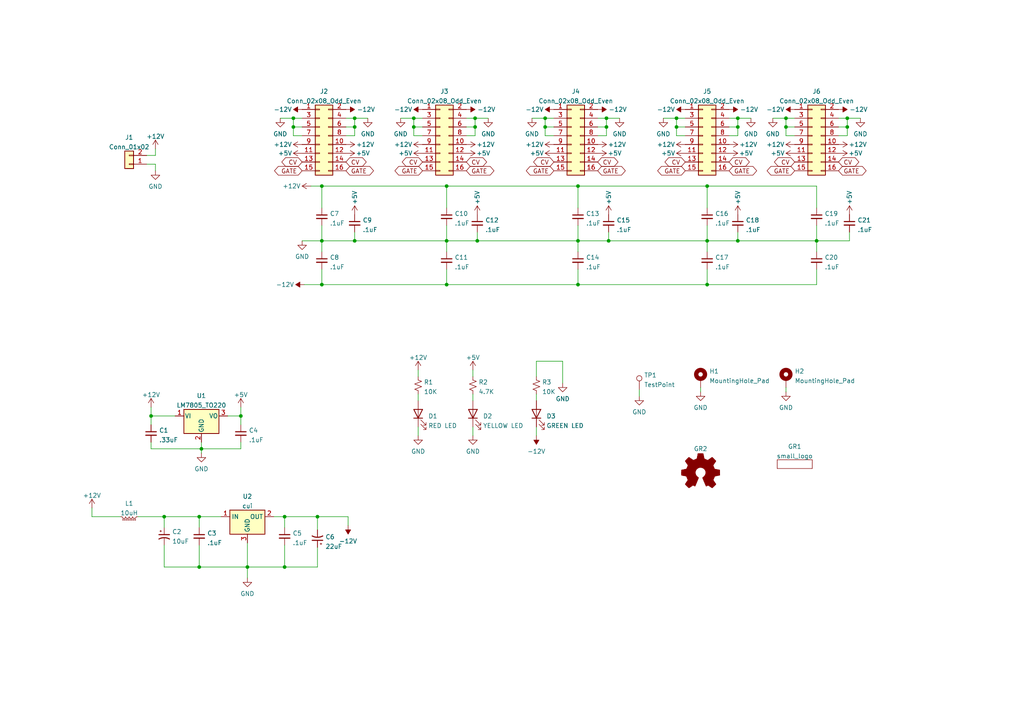
<source format=kicad_sch>
(kicad_sch (version 20211123) (generator eeschema)
  (paper "A4")
  (title_block (title "The Melper") (rev "1.1"))
  (lib_symbols
    (symbol "Connector:TestPoint" (pin_numbers hide) (pin_names (offset 0.762) hide)
      (property "Reference" "TP" (at 0 6.858 0))
      (property "Value" "TestPoint" (at 0 5.08 0))
      (symbol "TestPoint_1_1"
        (pin passive line (at 0 0 90) (length 2.54) (name "1") (number "1"))
      )
    )
    (symbol "Connector_Generic:Conn_01x02" (pin_names (offset 1.016) hide)
      (property "Reference" "J" (at 0 2.54 0))
      (property "Value" "Conn_01x02" (at 0 -5.08 0))
      (symbol "Conn_01x02_1_1"
        (pin passive line (at -5.08 0 0) (length 3.81) (name "Pin_1") (number "1"))
        (pin passive line (at -5.08 -2.54 0) (length 3.81) (name "Pin_2") (number "2"))
      )
    )
    (symbol "Connector_Generic:Conn_02x08_Odd_Even" (pin_names (offset 1.016) hide)
      (property "Reference" "J" (at 1.27 10.16 0))
      (property "Value" "Conn_02x08_Odd_Even" (at 1.27 -12.7 0))
      (symbol "Conn_02x08_Odd_Even_1_1"
        (pin passive line (at -5.08 7.62 0) (length 3.81) (name "Pin_1") (number "1"))
        (pin passive line (at 7.62 -2.54 180) (length 3.81) (name "Pin_10") (number "10"))
        (pin passive line (at -5.08 -5.08 0) (length 3.81) (name "Pin_11") (number "11"))
        (pin passive line (at 7.62 -5.08 180) (length 3.81) (name "Pin_12") (number "12"))
        (pin passive line (at -5.08 -7.62 0) (length 3.81) (name "Pin_13") (number "13"))
        (pin passive line (at 7.62 -7.62 180) (length 3.81) (name "Pin_14") (number "14"))
        (pin passive line (at -5.08 -10.16 0) (length 3.81) (name "Pin_15") (number "15"))
        (pin passive line (at 7.62 -10.16 180) (length 3.81) (name "Pin_16") (number "16"))
        (pin passive line (at 7.62 7.62 180) (length 3.81) (name "Pin_2") (number "2"))
        (pin passive line (at -5.08 5.08 0) (length 3.81) (name "Pin_3") (number "3"))
        (pin passive line (at 7.62 5.08 180) (length 3.81) (name "Pin_4") (number "4"))
        (pin passive line (at -5.08 2.54 0) (length 3.81) (name "Pin_5") (number "5"))
        (pin passive line (at 7.62 2.54 180) (length 3.81) (name "Pin_6") (number "6"))
        (pin passive line (at -5.08 0 0) (length 3.81) (name "Pin_7") (number "7"))
        (pin passive line (at 7.62 0 180) (length 3.81) (name "Pin_8") (number "8"))
        (pin passive line (at -5.08 -2.54 0) (length 3.81) (name "Pin_9") (number "9"))
      )
    )
    (symbol "Device:C_Polarized_Small_US" (pin_numbers hide) (pin_names (offset 0.254) hide)
      (property "Reference" "C" (at 0.254 1.778 0))
      (property "Value" "C_Polarized_Small_US" (at 0.254 -2.032 0))
      (symbol "C_Polarized_Small_US_1_1"
        (pin passive line (at 0 2.54 270) (length 2.032) (name "~") (number "1"))
        (pin passive line (at 0 -2.54 90) (length 2.032) (name "~") (number "2"))
      )
    )
    (symbol "Device:C_Small" (pin_numbers hide) (pin_names (offset 0.254) hide)
      (property "Reference" "C" (at 0.254 1.778 0))
      (property "Value" "C_Small" (at 0.254 -2.032 0))
      (symbol "C_Small_1_1"
        (pin passive line (at 0 2.54 270) (length 2.032) (name "~") (number "1"))
        (pin passive line (at 0 -2.54 90) (length 2.032) (name "~") (number "2"))
      )
    )
    (symbol "Device:LED" (pin_numbers hide) (pin_names (offset 1.016) hide)
      (property "Reference" "D" (at 0 2.54 0))
      (property "Value" "LED" (at 0 -2.54 0))
      (symbol "LED_1_1"
        (pin passive line (at -3.81 0 0) (length 2.54) (name "K") (number "1"))
        (pin passive line (at 3.81 0 180) (length 2.54) (name "A") (number "2"))
      )
    )
    (symbol "Device:L_Ferrite_Small" (pin_numbers hide) (pin_names (offset 0.254) hide)
      (property "Reference" "L" (at 1.27 1.016 0))
      (property "Value" "L_Ferrite_Small" (at 1.27 -1.27 0))
      (symbol "L_Ferrite_Small_1_1"
        (pin passive line (at 0 2.54 270) (length 0.508) (name "~") (number "1"))
        (pin passive line (at 0 -2.54 90) (length 0.508) (name "~") (number "2"))
      )
    )
    (symbol "Device:R_Small_US" (pin_numbers hide) (pin_names (offset 0.254) hide)
      (property "Reference" "R" (at 0.762 0.508 0))
      (property "Value" "R_Small_US" (at 0.762 -1.016 0))
      (symbol "R_Small_US_1_1"
        (pin passive line (at 0 2.54 270) (length 1.016) (name "~") (number "1"))
        (pin passive line (at 0 -2.54 90) (length 1.016) (name "~") (number "2"))
      )
    )
    (symbol "Graphic:Logo_Open_Hardware_Small" (pin_names (offset 1.016)))
    (symbol "Mechanical:MountingHole_Pad" (pin_numbers hide) (pin_names (offset 1.016) hide)
      (property "Reference" "H" (at 0 6.35 0))
      (property "Value" "MountingHole_Pad" (at 0 4.445 0))
      (symbol "MountingHole_Pad_1_1"
        (pin input line (at 0 -2.54 90) (length 2.54) (name "1") (number "1"))
      )
    )
    (symbol "Regulator_Linear:LM7805_TO220" (pin_names (offset 0.254))
      (property "Reference" "U" (at -3.81 3.175 0))
      (property "Value" "LM7805_TO220" (at 0 3.175 0))
      (symbol "LM7805_TO220_1_1"
        (pin power_in line (at -7.62 0 0) (length 2.54) (name "VI") (number "1"))
        (pin power_in line (at 0 -7.62 90) (length 2.54) (name "GND") (number "2"))
        (pin power_out line (at 7.62 0 180) (length 2.54) (name "VO") (number "3"))
      )
    )
    (symbol "greenface-symbols:cui"
      (property "Reference" "U?" (at 0 5.8715 0))
      (property "Value" "cui" (at 0 3.0964 0))
      (symbol "cui_1_1"
        (pin power_in line (at -7.62 0 0) (length 2.54) (name "IN") (number "1"))
        (pin power_out line (at 7.62 0 180) (length 2.54) (name "OUT") (number "2"))
        (pin power_in line (at 0 -7.62 90) (length 2.54) (name "GND") (number "3"))
      )
    )
    (symbol "greenface-symbols:small_logo" (pin_numbers hide) (pin_names (offset 0) hide)
      (property "Reference" "GR" (at 0 -2.54 0))
      (property "Value" "small_logo" (at 0 0 0))
    )
    (symbol "power:+12V" (power) (pin_names (offset 0))
      (property "Value" "+12V" (at 0 3.556 0))
      (symbol "+12V_1_1"
        (pin power_in line (at 0 0 90) (length 0) hide (name "+12V") (number "1"))
      )
    )
    (symbol "power:+5V" (power) (pin_names (offset 0))
      (property "Value" "+5V" (at 0 3.556 0))
      (symbol "+5V_1_1"
        (pin power_in line (at 0 0 90) (length 0) hide (name "+5V") (number "1"))
      )
    )
    (symbol "power:-12V" (power) (pin_names (offset 0))
      (property "Value" "-12V" (at 0 3.81 0))
      (symbol "-12V_0_0"
        (pin power_in line (at 0 0 90) (length 0) hide (name "-12V") (number "1"))
      )
    )
    (symbol "power:GND" (power) (pin_names (offset 0))
      (property "Value" "GND" (at 0 -3.81 0))
      (symbol "GND_1_1"
        (pin power_in line (at 0 0 270) (length 0) hide (name "GND") (number "1"))
      )
    )
  )
  (junction (at 227.965 36.83))
  (junction (at 205.105 53.975))
  (junction (at 93.345 53.975))
  (junction (at 120.015 34.29))
  (junction (at 57.785 149.86))
  (junction (at 129.54 53.975))
  (junction (at 245.745 36.83))
  (junction (at 82.55 164.465))
  (junction (at 196.215 34.29))
  (junction (at 129.54 69.85))
  (junction (at 102.87 36.83))
  (junction (at 167.64 69.85))
  (junction (at 236.855 69.85))
  (junction (at 205.105 69.85))
  (junction (at 205.105 82.55))
  (junction (at 158.115 34.29))
  (junction (at 137.795 36.83))
  (junction (at 227.965 34.29))
  (junction (at 57.785 164.465))
  (junction (at 167.64 53.975))
  (junction (at 137.795 34.29))
  (junction (at 196.215 36.83))
  (junction (at 167.64 82.55))
  (junction (at 175.895 36.83))
  (junction (at 43.815 120.65))
  (junction (at 82.55 149.86))
  (junction (at 92.075 149.86))
  (junction (at 138.43 69.85))
  (junction (at 71.755 164.465))
  (junction (at 93.345 69.85))
  (junction (at 69.85 120.65))
  (junction (at 245.745 34.29))
  (junction (at 47.625 149.86))
  (junction (at 213.995 69.85))
  (junction (at 102.87 69.85))
  (junction (at 176.53 69.85))
  (junction (at 158.115 36.83))
  (junction (at 102.87 34.29))
  (junction (at 120.015 36.83))
  (junction (at 93.345 82.55))
  (junction (at 58.42 130.175))
  (junction (at 175.895 34.29))
  (junction (at 85.09 36.83))
  (junction (at 129.54 82.55))
  (junction (at 213.995 36.83))
  (junction (at 85.09 34.29))
  (junction (at 213.995 34.29))
  (wire (pts (xy 185.42 113.03) (xy 185.42 114.935)))
  (wire (pts (xy 66.04 120.65) (xy 69.85 120.65)))
  (wire (pts (xy 176.53 69.85) (xy 205.105 69.85)))
  (wire (pts (xy 236.855 69.85) (xy 246.38 69.85)))
  (wire (pts (xy 88.265 82.55) (xy 93.345 82.55)))
  (wire (pts (xy 245.745 34.29) (xy 245.745 36.83)))
  (wire (pts (xy 129.54 69.85) (xy 138.43 69.85)))
  (wire (pts (xy 129.54 53.975) (xy 93.345 53.975)))
  (wire (pts (xy 137.16 107.315) (xy 137.16 109.22)))
  (wire (pts (xy 82.55 164.465) (xy 71.755 164.465)))
  (wire (pts (xy 167.64 78.105) (xy 167.64 82.55)))
  (wire (pts (xy 205.105 69.85) (xy 213.995 69.85)))
  (wire (pts (xy 100.33 36.83) (xy 102.87 36.83)))
  (wire (pts (xy 138.43 69.85) (xy 167.64 69.85)))
  (wire (pts (xy 213.995 67.31) (xy 213.995 69.85)))
  (wire (pts (xy 155.575 104.775) (xy 155.575 109.22)))
  (wire (pts (xy 211.455 36.83) (xy 213.995 36.83)))
  (wire (pts (xy 42.545 45.085) (xy 45.085 45.085)))
  (wire (pts (xy 138.43 67.31) (xy 138.43 69.85)))
  (wire (pts (xy 43.815 118.11) (xy 43.815 120.65)))
  (wire (pts (xy 213.995 34.29) (xy 213.995 36.83)))
  (wire (pts (xy 93.345 69.85) (xy 93.345 73.025)))
  (wire (pts (xy 57.785 158.115) (xy 57.785 164.465)))
  (wire (pts (xy 90.17 53.975) (xy 93.345 53.975)))
  (wire (pts (xy 135.255 34.29) (xy 137.795 34.29)))
  (wire (pts (xy 45.085 47.625) (xy 42.545 47.625)))
  (wire (pts (xy 92.075 149.86) (xy 92.075 153.67)))
  (wire (pts (xy 205.105 69.85) (xy 205.105 73.025)))
  (wire (pts (xy 236.855 53.975) (xy 236.855 60.325)))
  (wire (pts (xy 69.85 120.65) (xy 69.85 123.19)))
  (wire (pts (xy 47.625 149.86) (xy 57.785 149.86)))
  (wire (pts (xy 82.55 149.86) (xy 92.075 149.86)))
  (wire (pts (xy 93.345 69.85) (xy 87.63 69.85)))
  (wire (pts (xy 102.87 34.29) (xy 106.68 34.29)))
  (wire (pts (xy 205.105 53.975) (xy 205.105 60.325)))
  (wire (pts (xy 26.67 147.32) (xy 26.67 149.86)))
  (wire (pts (xy 160.655 34.29) (xy 158.115 34.29)))
  (wire (pts (xy 155.575 104.775) (xy 163.195 104.775)))
  (wire (pts (xy 167.64 65.405) (xy 167.64 69.85)))
  (wire (pts (xy 137.795 39.37) (xy 135.255 39.37)))
  (wire (pts (xy 81.28 34.29) (xy 85.09 34.29)))
  (wire (pts (xy 246.38 67.31) (xy 246.38 69.85)))
  (wire (pts (xy 245.745 39.37) (xy 243.205 39.37)))
  (wire (pts (xy 40.005 149.86) (xy 47.625 149.86)))
  (wire (pts (xy 167.64 69.85) (xy 167.64 73.025)))
  (wire (pts (xy 137.16 114.3) (xy 137.16 116.205)))
  (wire (pts (xy 196.215 34.29) (xy 196.215 36.83)))
  (wire (pts (xy 213.995 39.37) (xy 211.455 39.37)))
  (wire (pts (xy 43.815 120.65) (xy 43.815 123.19)))
  (wire (pts (xy 82.55 158.115) (xy 82.55 164.465)))
  (wire (pts (xy 102.87 69.85) (xy 129.54 69.85)))
  (wire (pts (xy 93.345 78.105) (xy 93.345 82.55)))
  (wire (pts (xy 120.015 34.29) (xy 120.015 36.83)))
  (wire (pts (xy 175.895 39.37) (xy 173.355 39.37)))
  (wire (pts (xy 158.115 39.37) (xy 160.655 39.37)))
  (wire (pts (xy 196.215 39.37) (xy 198.755 39.37)))
  (wire (pts (xy 100.965 149.86) (xy 100.965 152.4)))
  (wire (pts (xy 137.795 36.83) (xy 137.795 39.37)))
  (wire (pts (xy 57.785 164.465) (xy 71.755 164.465)))
  (wire (pts (xy 205.105 65.405) (xy 205.105 69.85)))
  (wire (pts (xy 58.42 130.175) (xy 58.42 131.445)))
  (wire (pts (xy 198.755 34.29) (xy 196.215 34.29)))
  (wire (pts (xy 137.795 34.29) (xy 141.605 34.29)))
  (wire (pts (xy 163.195 104.775) (xy 163.195 111.125)))
  (wire (pts (xy 213.995 34.29) (xy 217.805 34.29)))
  (wire (pts (xy 167.64 82.55) (xy 205.105 82.55)))
  (wire (pts (xy 102.87 36.83) (xy 102.87 39.37)))
  (wire (pts (xy 47.625 164.465) (xy 57.785 164.465)))
  (wire (pts (xy 243.205 36.83) (xy 245.745 36.83)))
  (wire (pts (xy 245.745 34.29) (xy 249.555 34.29)))
  (wire (pts (xy 92.075 164.465) (xy 82.55 164.465)))
  (wire (pts (xy 82.55 149.86) (xy 82.55 153.035)))
  (wire (pts (xy 196.215 36.83) (xy 196.215 39.37)))
  (wire (pts (xy 129.54 69.85) (xy 129.54 73.025)))
  (wire (pts (xy 102.87 67.31) (xy 102.87 69.85)))
  (wire (pts (xy 227.965 36.83) (xy 227.965 39.37)))
  (wire (pts (xy 43.815 128.27) (xy 43.815 130.175)))
  (wire (pts (xy 85.09 34.29) (xy 85.09 36.83)))
  (wire (pts (xy 122.555 34.29) (xy 120.015 34.29)))
  (wire (pts (xy 137.795 34.29) (xy 137.795 36.83)))
  (wire (pts (xy 85.09 36.83) (xy 85.09 39.37)))
  (wire (pts (xy 227.965 34.29) (xy 227.965 36.83)))
  (wire (pts (xy 203.2 112.395) (xy 203.2 113.665)))
  (wire (pts (xy 243.205 34.29) (xy 245.745 34.29)))
  (wire (pts (xy 47.625 158.115) (xy 47.625 164.465)))
  (wire (pts (xy 245.745 36.83) (xy 245.745 39.37)))
  (wire (pts (xy 122.555 36.83) (xy 120.015 36.83)))
  (wire (pts (xy 43.815 120.65) (xy 50.8 120.65)))
  (wire (pts (xy 45.085 45.085) (xy 45.085 43.18)))
  (wire (pts (xy 45.085 49.53) (xy 45.085 47.625)))
  (wire (pts (xy 71.755 157.48) (xy 71.755 164.465)))
  (wire (pts (xy 137.16 123.825) (xy 137.16 126.365)))
  (wire (pts (xy 116.205 34.29) (xy 120.015 34.29)))
  (wire (pts (xy 230.505 34.29) (xy 227.965 34.29)))
  (wire (pts (xy 71.755 164.465) (xy 71.755 167.64)))
  (wire (pts (xy 211.455 34.29) (xy 213.995 34.29)))
  (wire (pts (xy 92.075 158.75) (xy 92.075 164.465)))
  (wire (pts (xy 87.63 34.29) (xy 85.09 34.29)))
  (wire (pts (xy 47.625 149.86) (xy 47.625 153.035)))
  (wire (pts (xy 154.305 34.29) (xy 158.115 34.29)))
  (wire (pts (xy 93.345 53.975) (xy 93.345 60.325)))
  (wire (pts (xy 205.105 53.975) (xy 236.855 53.975)))
  (wire (pts (xy 100.33 34.29) (xy 102.87 34.29)))
  (wire (pts (xy 236.855 65.405) (xy 236.855 69.85)))
  (wire (pts (xy 102.87 39.37) (xy 100.33 39.37)))
  (wire (pts (xy 129.54 65.405) (xy 129.54 69.85)))
  (wire (pts (xy 58.42 128.27) (xy 58.42 130.175)))
  (wire (pts (xy 175.895 34.29) (xy 179.705 34.29)))
  (wire (pts (xy 26.67 149.86) (xy 34.925 149.86)))
  (wire (pts (xy 167.64 69.85) (xy 176.53 69.85)))
  (wire (pts (xy 227.965 112.395) (xy 227.965 113.665)))
  (wire (pts (xy 129.54 53.975) (xy 167.64 53.975)))
  (wire (pts (xy 121.285 114.3) (xy 121.285 116.205)))
  (wire (pts (xy 227.965 39.37) (xy 230.505 39.37)))
  (wire (pts (xy 155.575 123.825) (xy 155.575 126.365)))
  (wire (pts (xy 230.505 36.83) (xy 227.965 36.83)))
  (wire (pts (xy 120.015 36.83) (xy 120.015 39.37)))
  (wire (pts (xy 176.53 67.31) (xy 176.53 69.85)))
  (wire (pts (xy 213.995 69.85) (xy 236.855 69.85)))
  (wire (pts (xy 69.85 128.27) (xy 69.85 130.175)))
  (wire (pts (xy 43.815 130.175) (xy 58.42 130.175)))
  (wire (pts (xy 93.345 65.405) (xy 93.345 69.85)))
  (wire (pts (xy 129.54 78.105) (xy 129.54 82.55)))
  (wire (pts (xy 120.015 39.37) (xy 122.555 39.37)))
  (wire (pts (xy 173.355 36.83) (xy 175.895 36.83)))
  (wire (pts (xy 198.755 36.83) (xy 196.215 36.83)))
  (wire (pts (xy 87.63 36.83) (xy 85.09 36.83)))
  (wire (pts (xy 173.355 34.29) (xy 175.895 34.29)))
  (wire (pts (xy 85.09 39.37) (xy 87.63 39.37)))
  (wire (pts (xy 224.155 34.29) (xy 227.965 34.29)))
  (wire (pts (xy 158.115 34.29) (xy 158.115 36.83)))
  (wire (pts (xy 92.075 149.86) (xy 100.965 149.86)))
  (wire (pts (xy 205.105 78.105) (xy 205.105 82.55)))
  (wire (pts (xy 129.54 53.975) (xy 129.54 60.325)))
  (wire (pts (xy 236.855 78.105) (xy 236.855 82.55)))
  (wire (pts (xy 167.64 53.975) (xy 167.64 60.325)))
  (wire (pts (xy 57.785 149.86) (xy 57.785 153.035)))
  (wire (pts (xy 192.405 34.29) (xy 196.215 34.29)))
  (wire (pts (xy 155.575 114.3) (xy 155.575 116.205)))
  (wire (pts (xy 167.64 53.975) (xy 205.105 53.975)))
  (wire (pts (xy 93.345 69.85) (xy 102.87 69.85)))
  (wire (pts (xy 175.895 36.83) (xy 175.895 39.37)))
  (wire (pts (xy 79.375 149.86) (xy 82.55 149.86)))
  (wire (pts (xy 69.85 118.11) (xy 69.85 120.65)))
  (wire (pts (xy 57.785 149.86) (xy 64.135 149.86)))
  (wire (pts (xy 135.255 36.83) (xy 137.795 36.83)))
  (wire (pts (xy 158.115 36.83) (xy 158.115 39.37)))
  (wire (pts (xy 205.105 82.55) (xy 236.855 82.55)))
  (wire (pts (xy 175.895 34.29) (xy 175.895 36.83)))
  (wire (pts (xy 121.285 123.825) (xy 121.285 126.365)))
  (wire (pts (xy 93.345 82.55) (xy 129.54 82.55)))
  (wire (pts (xy 121.285 107.315) (xy 121.285 109.22)))
  (wire (pts (xy 102.87 34.29) (xy 102.87 36.83)))
  (wire (pts (xy 160.655 36.83) (xy 158.115 36.83)))
  (wire (pts (xy 69.85 130.175) (xy 58.42 130.175)))
  (wire (pts (xy 236.855 69.85) (xy 236.855 73.025)))
  (wire (pts (xy 129.54 82.55) (xy 167.64 82.55)))
  (wire (pts (xy 213.995 36.83) (xy 213.995 39.37)))
  (global_label "CV" (shape bidirectional) (at 100.33 46.99 0) (property "Intersheet References" "${INTERSHEET_REFS}" (effects hide)))
  (global_label "GATE" (shape bidirectional) (at 198.755 49.53 180) (property "Intersheet References" "${INTERSHEET_REFS}" (effects hide)))
  (global_label "GATE" (shape bidirectional) (at 135.255 49.53 0) (property "Intersheet References" "${INTERSHEET_REFS}" (effects hide)))
  (global_label "CV" (shape bidirectional) (at 160.655 46.99 180) (property "Intersheet References" "${INTERSHEET_REFS}" (effects hide)))
  (global_label "GATE" (shape bidirectional) (at 100.33 49.53 0) (property "Intersheet References" "${INTERSHEET_REFS}" (effects hide)))
  (global_label "GATE" (shape bidirectional) (at 211.455 49.53 0) (property "Intersheet References" "${INTERSHEET_REFS}" (effects hide)))
  (global_label "CV" (shape bidirectional) (at 122.555 46.99 180) (property "Intersheet References" "${INTERSHEET_REFS}" (effects hide)))
  (global_label "CV" (shape bidirectional) (at 135.255 46.99 0) (property "Intersheet References" "${INTERSHEET_REFS}" (effects hide)))
  (global_label "GATE" (shape bidirectional) (at 122.555 49.53 180) (property "Intersheet References" "${INTERSHEET_REFS}" (effects hide)))
  (global_label "CV" (shape bidirectional) (at 173.355 46.99 0) (property "Intersheet References" "${INTERSHEET_REFS}" (effects hide)))
  (global_label "CV" (shape bidirectional) (at 230.505 46.99 180) (property "Intersheet References" "${INTERSHEET_REFS}" (effects hide)))
  (global_label "GATE" (shape bidirectional) (at 230.505 49.53 180) (property "Intersheet References" "${INTERSHEET_REFS}" (effects hide)))
  (global_label "GATE" (shape bidirectional) (at 160.655 49.53 180) (property "Intersheet References" "${INTERSHEET_REFS}" (effects hide)))
  (global_label "CV" (shape bidirectional) (at 87.63 46.99 180) (property "Intersheet References" "${INTERSHEET_REFS}" (effects hide)))
  (global_label "CV" (shape bidirectional) (at 243.205 46.99 0) (property "Intersheet References" "${INTERSHEET_REFS}" (effects hide)))
  (global_label "GATE" (shape bidirectional) (at 243.205 49.53 0) (property "Intersheet References" "${INTERSHEET_REFS}" (effects hide)))
  (global_label "CV" (shape bidirectional) (at 198.755 46.99 180) (property "Intersheet References" "${INTERSHEET_REFS}" (effects hide)))
  (global_label "CV" (shape bidirectional) (at 211.455 46.99 0) (property "Intersheet References" "${INTERSHEET_REFS}" (effects hide)))
  (global_label "GATE" (shape bidirectional) (at 87.63 49.53 180) (property "Intersheet References" "${INTERSHEET_REFS}" (effects hide)))
  (global_label "GATE" (shape bidirectional) (at 173.355 49.53 0) (property "Intersheet References" "${INTERSHEET_REFS}" (effects hide)))
  (symbol (lib_id "power:GND") (at 249.555 34.29 0) (unit 1)
    (property "Reference" "#PWR038" (effects hide))
    (property "Value" "GND" (at 249.555 38.8525 0))
  )
  (symbol (lib_id "power:-12V") (at 100.33 31.75 270) (unit 1)
    (property "Reference" "#PWR011" (effects hide))
    (property "Value" "-12V" (at 103.505 31.75 90) (effects (justify left)))
  )
  (symbol (lib_id "Device:LED") (at 137.16 120.015 90) (unit 1)
    (property "Reference" "D2" (at 140.081 120.694 90) (effects (justify right)))
    (property "Value" "YELLOW LED" (at 140.081 123.4691 90) (effects (justify right)))
    (property "Footprint" "LED_THT:LED_D3.0mm" (effects hide))
    (property "Digi-Key Part" "160-1961-ND" (effects hide))
  )
  (symbol (lib_id "Device:C_Polarized_Small_US") (at 47.625 155.575 0) (unit 1)
    (property "Reference" "C2" (at 49.9364 154.2347 0) (effects (justify left)))
    (property "Value" "10uF" (at 49.9364 157.0098 0) (effects (justify left)))
    (property "Footprint" "Capacitor_THT:CP_Radial_Tantal_D5.0mm_P5.00mm" (effects hide))
    (property "Digi-Key Part" "478-TAP106K016CRSCT-ND" (effects hide))
  )
  (symbol (lib_id "Device:C_Small") (at 93.345 62.865 0) (unit 1)
    (property "Reference" "C7" (at 95.6691 61.9628 0) (effects (justify left)))
    (property "Value" ".1uF" (at 95.6691 64.7379 0) (effects (justify left)))
    (property "Footprint" "Capacitor_THT:C_Disc_D4.3mm_W1.9mm_P5.00mm" (effects hide))
    (property "Digi-Key Part" "399-9877-1-ND" (effects hide))
  )
  (symbol (lib_id "Device:C_Small") (at 82.55 155.575 0) (unit 1)
    (property "Reference" "C5" (at 84.8741 154.6728 0) (effects (justify left)))
    (property "Value" ".1uF" (at 84.8741 157.4479 0) (effects (justify left)))
    (property "Footprint" "Capacitor_THT:C_Disc_D4.3mm_W1.9mm_P5.00mm" (effects hide))
    (property "Digi-Key Part" "399-9877-1-ND" (effects hide))
  )
  (symbol (lib_id "Mechanical:MountingHole_Pad") (at 203.2 109.855 0) (unit 1) (in_bom no)
    (property "Reference" "H1" (at 205.74 107.6765 0) (effects (justify left)))
    (property "Value" "MountingHole_Pad" (at 205.74 110.4516 0) (effects (justify left)))
    (property "Footprint" "MountingHole:MountingHole_3.2mm_M3_DIN965_Pad" (effects hide))
  )
  (symbol (lib_id "power:-12V") (at 135.255 31.75 270) (unit 1)
    (property "Reference" "#PWR018" (effects hide))
    (property "Value" "-12V" (at 138.43 31.75 90) (effects (justify left)))
  )
  (symbol (lib_id "Device:C_Small") (at 205.105 62.865 0) (unit 1)
    (property "Reference" "C16" (at 207.4291 61.9628 0) (effects (justify left)))
    (property "Value" ".1uF" (at 207.4291 64.7379 0) (effects (justify left)))
    (property "Footprint" "Capacitor_THT:C_Disc_D4.3mm_W1.9mm_P5.00mm" (effects hide))
    (property "Digi-Key Part" "399-9877-1-ND" (effects hide))
  )
  (symbol (lib_id "power:GND") (at 227.965 113.665 0) (unit 1)
    (property "Reference" "#PWR064" (effects hide))
    (property "Value" "GND" (at 227.965 118.2275 0))
  )
  (symbol (lib_id "power:-12V") (at 173.355 31.75 270) (unit 1)
    (property "Reference" "#PWR024" (effects hide))
    (property "Value" "-12V" (at 176.53 31.75 90) (effects (justify left)))
  )
  (symbol (lib_id "Device:C_Small") (at 176.53 64.77 0) (unit 1)
    (property "Reference" "C15" (at 178.8541 63.8678 0) (effects (justify left)))
    (property "Value" ".1uF" (at 178.8541 66.6429 0) (effects (justify left)))
    (property "Footprint" "Capacitor_THT:C_Disc_D4.3mm_W1.9mm_P5.00mm" (effects hide))
    (property "Digi-Key Part" "399-9877-1-ND" (effects hide))
  )
  (symbol (lib_id "Connector_Generic:Conn_02x08_Odd_Even") (at 165.735 39.37 0) (unit 1)
    (property "Reference" "J4" (at 167.005 26.5135 0))
    (property "Value" "Conn_02x08_Odd_Even" (at 167.005 29.2886 0))
    (property "Footprint" "Connector_PinHeader_2.54mm:PinHeader_2x08_P2.54mm_Vertical" (effects hide))
    (property "Digi-Key Part" "S9171-ND" (effects hide))
  )
  (symbol (lib_id "power:GND") (at 192.405 34.29 0) (unit 1)
    (property "Reference" "#PWR027" (effects hide))
    (property "Value" "GND" (at 192.405 38.8525 0))
  )
  (symbol (lib_id "Device:C_Small") (at 236.855 75.565 0) (unit 1)
    (property "Reference" "C20" (at 239.1791 74.6628 0) (effects (justify left)))
    (property "Value" ".1uF" (at 239.1791 77.4379 0) (effects (justify left)))
    (property "Footprint" "Capacitor_THT:C_Disc_D4.3mm_W1.9mm_P5.00mm" (effects hide))
    (property "Digi-Key Part" "399-9877-1-ND" (effects hide))
  )
  (symbol (lib_id "power:GND") (at 137.16 126.365 0) (unit 1)
    (property "Reference" "#PWR060" (effects hide))
    (property "Value" "GND" (at 137.16 130.9275 0))
  )
  (symbol (lib_id "power:+5V") (at 230.505 44.45 90) (unit 1)
    (property "Reference" "#PWR054" (effects hide))
    (property "Value" "+5V" (at 223.52 44.45 90) (effects (justify right)))
  )
  (symbol (lib_id "Device:C_Small") (at 57.785 155.575 0) (unit 1)
    (property "Reference" "C3" (at 60.1091 154.6728 0) (effects (justify left)))
    (property "Value" ".1uF" (at 60.1091 157.4479 0) (effects (justify left)))
    (property "Footprint" "Capacitor_THT:C_Disc_D4.3mm_W1.9mm_P5.00mm" (effects hide))
    (property "Digi-Key Part" "399-9877-1-ND" (effects hide))
  )
  (symbol (lib_id "power:+12V") (at 173.355 41.91 270) (unit 1)
    (property "Reference" "#PWR025" (effects hide))
    (property "Value" "+12V" (at 181.61 41.91 90) (effects (justify right)))
  )
  (symbol (lib_id "power:+5V") (at 246.38 62.23 0) (unit 1)
    (property "Reference" "#PWR056" (effects hide))
    (property "Value" "+5V" (at 246.38 55.245 90) (effects (justify right)))
  )
  (symbol (lib_id "power:+12V") (at 87.63 41.91 90) (unit 1)
    (property "Reference" "#PWR010" (effects hide))
    (property "Value" "+12V" (at 79.375 41.91 90) (effects (justify right)))
  )
  (symbol (lib_id "power:+5V") (at 173.355 44.45 270) (unit 1)
    (property "Reference" "#PWR049" (effects hide))
    (property "Value" "+5V" (at 180.34 44.45 90) (effects (justify right)))
  )
  (symbol (lib_id "power:+5V") (at 211.455 44.45 270) (unit 1)
    (property "Reference" "#PWR052" (effects hide))
    (property "Value" "+5V" (at 218.44 44.45 90) (effects (justify right)))
  )
  (symbol (lib_id "Device:C_Small") (at 69.85 125.73 0) (unit 1)
    (property "Reference" "C4" (at 72.1741 124.8278 0) (effects (justify left)))
    (property "Value" ".1uF" (at 72.1741 127.6029 0) (effects (justify left)))
    (property "Footprint" "Capacitor_THT:C_Disc_D4.3mm_W1.9mm_P5.00mm" (effects hide))
    (property "Digi-Key Part" "399-9877-1-ND" (effects hide))
  )
  (symbol (lib_id "power:+5V") (at 69.85 118.11 0) (unit 1)
    (property "Reference" "#PWR06" (effects hide))
    (property "Value" "+5V" (at 69.85 114.5055 0))
  )
  (symbol (lib_id "power:GND") (at 163.195 111.125 0) (unit 1)
    (property "Reference" "#PWR062" (effects hide))
    (property "Value" "GND" (at 163.195 115.6875 0))
  )
  (symbol (lib_id "power:+12V") (at 100.33 41.91 270) (unit 1)
    (property "Reference" "#PWR012" (effects hide))
    (property "Value" "+12V" (at 108.585 41.91 90) (effects (justify right)))
  )
  (symbol (lib_id "power:+5V") (at 160.655 44.45 90) (unit 1)
    (property "Reference" "#PWR048" (effects hide))
    (property "Value" "+5V" (at 153.67 44.45 90) (effects (justify right)))
  )
  (symbol (lib_id "power:GND") (at 58.42 131.445 0) (unit 1)
    (property "Reference" "#PWR05" (effects hide))
    (property "Value" "GND" (at 58.42 136.0075 0))
  )
  (symbol (lib_id "Connector_Generic:Conn_02x08_Odd_Even") (at 127.635 39.37 0) (unit 1)
    (property "Reference" "J3" (at 128.905 26.5135 0))
    (property "Value" "Conn_02x08_Odd_Even" (at 128.905 29.2886 0))
    (property "Footprint" "Connector_PinHeader_2.54mm:PinHeader_2x08_P2.54mm_Vertical" (effects hide))
    (property "Digi-Key Part" "S9171-ND" (effects hide))
  )
  (symbol (lib_id "power:-12V") (at 88.265 82.55 90) (unit 1)
    (property "Reference" "#PWR041" (effects hide))
    (property "Value" "-12V" (at 80.01 82.55 90) (effects (justify right)))
  )
  (symbol (lib_id "Connector:TestPoint") (at 185.42 113.03 0) (unit 1)
    (property "Reference" "TP1" (at 186.817 108.8195 0) (effects (justify left)))
    (property "Value" "TestPoint" (at 186.817 111.5946 0) (effects (justify left)))
    (property "Footprint" "TestPoint:TestPoint_Keystone_5005-5009_Compact" (effects hide))
  )
  (symbol (lib_id "power:-12V") (at 160.655 31.75 90) (unit 1)
    (property "Reference" "#PWR022" (effects hide))
    (property "Value" "-12V" (at 152.4 31.75 90) (effects (justify right)))
  )
  (symbol (lib_id "power:+12V") (at 122.555 41.91 90) (unit 1)
    (property "Reference" "#PWR017" (effects hide))
    (property "Value" "+12V" (at 114.3 41.91 90) (effects (justify right)))
  )
  (symbol (lib_id "power:GND") (at 81.28 34.29 0) (unit 1)
    (property "Reference" "#PWR08" (effects hide))
    (property "Value" "GND" (at 81.28 38.8525 0))
  )
  (symbol (lib_id "power:+12V") (at 43.815 118.11 0) (unit 1)
    (property "Reference" "#PWR02" (effects hide))
    (property "Value" "+12V" (at 43.815 114.5055 0))
  )
  (symbol (lib_id "power:GND") (at 141.605 34.29 0) (unit 1)
    (property "Reference" "#PWR020" (effects hide))
    (property "Value" "GND" (at 141.605 38.8525 0))
  )
  (symbol (lib_id "power:GND") (at 121.285 126.365 0) (unit 1)
    (property "Reference" "#PWR058" (effects hide))
    (property "Value" "GND" (at 121.285 130.9275 0))
  )
  (symbol (lib_id "Device:C_Polarized_Small_US") (at 92.075 156.21 180) (unit 1)
    (property "Reference" "C6" (at 94.3864 155.7333 0) (effects (justify right)))
    (property "Value" "22uF" (at 94.3864 158.5084 0) (effects (justify right)))
    (property "Footprint" "Capacitor_THT:CP_Radial_Tantal_D6.0mm_P5.00mm" (effects hide))
    (property "Digi-Key Part" "478-7373-1-ND" (effects hide))
  )
  (symbol (lib_id "Device:C_Small") (at 167.64 75.565 0) (unit 1)
    (property "Reference" "C14" (at 169.9641 74.6628 0) (effects (justify left)))
    (property "Value" ".1uF" (at 169.9641 77.4379 0) (effects (justify left)))
    (property "Footprint" "Capacitor_THT:C_Disc_D4.3mm_W1.9mm_P5.00mm" (effects hide))
    (property "Digi-Key Part" "399-9877-1-ND" (effects hide))
  )
  (symbol (lib_id "power:GND") (at 217.805 34.29 0) (unit 1)
    (property "Reference" "#PWR032" (effects hide))
    (property "Value" "GND" (at 217.805 38.8525 0))
  )
  (symbol (lib_id "Device:C_Small") (at 213.995 64.77 0) (unit 1)
    (property "Reference" "C18" (at 216.3191 63.8678 0) (effects (justify left)))
    (property "Value" ".1uF" (at 216.3191 66.6429 0) (effects (justify left)))
    (property "Footprint" "Capacitor_THT:C_Disc_D4.3mm_W1.9mm_P5.00mm" (effects hide))
    (property "Digi-Key Part" "399-9877-1-ND" (effects hide))
  )
  (symbol (lib_id "Connector_Generic:Conn_01x02") (at 37.465 47.625 180) (unit 1)
    (property "Reference" "J1" (at 37.465 39.8485 0))
    (property "Value" "Conn_01x02" (at 37.465 42.6236 0))
    (property "Footprint" "Connector_PinHeader_2.54mm:PinHeader_1x02_P2.54mm_Vertical" (effects hide))
    (property "Digi-Key Part" "900-0022232021-ND" (effects hide))
  )
  (symbol (lib_id "power:+12V") (at 243.205 41.91 270) (unit 1)
    (property "Reference" "#PWR037" (effects hide))
    (property "Value" "+12V" (at 251.46 41.91 90) (effects (justify right)))
  )
  (symbol (lib_id "Device:LED") (at 121.285 120.015 90) (unit 1)
    (property "Reference" "D1" (at 124.206 120.694 90) (effects (justify right)))
    (property "Value" "RED LED" (at 124.206 123.4691 90) (effects (justify right)))
    (property "Footprint" "LED_THT:LED_D3.0mm" (effects hide))
    (property "Digi-Key Part" "160-1035-ND" (effects hide))
  )
  (symbol (lib_id "Device:R_Small_US") (at 137.16 111.76 0) (unit 1)
    (property "Reference" "R2" (at 138.811 110.8515 0) (effects (justify left)))
    (property "Value" "4.7K" (at 138.811 113.6266 0) (effects (justify left)))
    (property "Footprint" "Resistor_THT:R_Axial_DIN0207_L6.3mm_D2.5mm_P10.16mm_Horizontal" (effects hide))
    (property "Digi-Key Part" "S4.7KQCT-ND" (effects hide))
  )
  (symbol (lib_id "Device:C_Small") (at 43.815 125.73 0) (unit 1)
    (property "Reference" "C1" (at 46.1391 124.8278 0) (effects (justify left)))
    (property "Value" ".33uF" (at 46.1391 127.6029 0) (effects (justify left)))
    (property "Footprint" "Capacitor_THT:C_Disc_D4.3mm_W1.9mm_P5.00mm" (effects hide))
    (property "Digi-Key Part" "445-173446-1-ND" (effects hide))
  )
  (symbol (lib_id "power:GND") (at 203.2 113.665 0) (unit 1)
    (property "Reference" "#PWR063" (effects hide))
    (property "Value" "GND" (at 203.2 118.2275 0))
  )
  (symbol (lib_id "power:+5V") (at 176.53 62.23 0) (unit 1)
    (property "Reference" "#PWR050" (effects hide))
    (property "Value" "+5V" (at 176.53 55.245 90) (effects (justify right)))
  )
  (symbol (lib_id "power:-12V") (at 100.965 152.4 180) (unit 1)
    (property "Reference" "#PWR014" (effects hide))
    (property "Value" "-12V" (at 100.965 156.9625 0))
  )
  (symbol (lib_id "Device:C_Small") (at 93.345 75.565 0) (unit 1)
    (property "Reference" "C8" (at 95.6691 74.6628 0) (effects (justify left)))
    (property "Value" ".1uF" (at 95.6691 77.4379 0) (effects (justify left)))
    (property "Footprint" "Capacitor_THT:C_Disc_D4.3mm_W1.9mm_P5.00mm" (effects hide))
    (property "Digi-Key Part" "399-9877-1-ND" (effects hide))
  )
  (symbol (lib_id "power:+12V") (at 26.67 147.32 0) (unit 1)
    (property "Reference" "#PWR01" (effects hide))
    (property "Value" "+12V" (at 26.67 143.7155 0))
  )
  (symbol (lib_id "power:GND") (at 179.705 34.29 0) (unit 1)
    (property "Reference" "#PWR026" (effects hide))
    (property "Value" "GND" (at 179.705 38.8525 0))
  )
  (symbol (lib_id "power:-12V") (at 211.455 31.75 270) (unit 1)
    (property "Reference" "#PWR030" (effects hide))
    (property "Value" "-12V" (at 214.63 31.75 90) (effects (justify left)))
  )
  (symbol (lib_id "Mechanical:MountingHole_Pad") (at 227.965 109.855 0) (unit 1) (in_bom no)
    (property "Reference" "H2" (at 230.505 107.6765 0) (effects (justify left)))
    (property "Value" "MountingHole_Pad" (at 230.505 110.4516 0) (effects (justify left)))
    (property "Footprint" "MountingHole:MountingHole_3.2mm_M3_DIN965_Pad" (effects hide))
  )
  (symbol (lib_id "power:+5V") (at 198.755 44.45 90) (unit 1)
    (property "Reference" "#PWR051" (effects hide))
    (property "Value" "+5V" (at 191.77 44.45 90) (effects (justify right)))
  )
  (symbol (lib_id "power:GND") (at 71.755 167.64 0) (unit 1)
    (property "Reference" "#PWR07" (effects hide))
    (property "Value" "GND" (at 71.755 172.2025 0))
  )
  (symbol (lib_id "power:GND") (at 154.305 34.29 0) (unit 1)
    (property "Reference" "#PWR021" (effects hide))
    (property "Value" "GND" (at 154.305 38.8525 0))
  )
  (symbol (lib_id "Regulator_Linear:LM7805_TO220") (at 58.42 120.65 0) (unit 1)
    (property "Reference" "U1" (at 58.42 114.7785 0))
    (property "Value" "LM7805_TO220" (at 58.42 117.5536 0))
    (property "Footprint" "Package_TO_SOT_THT:TO-220-3_Vertical" (effects hide))
    (property "Datasheet" "https://www.onsemi.cn/PowerSolutions/document/MC7800-D.PDF" (effects hide))
    (property "Digi-Key Part" "497-12404-ND" (effects hide))
  )
  (symbol (lib_id "power:+5V") (at 135.255 44.45 270) (unit 1)
    (property "Reference" "#PWR046" (effects hide))
    (property "Value" "+5V" (at 142.24 44.45 90) (effects (justify right)))
  )
  (symbol (lib_id "power:+12V") (at 230.505 41.91 90) (unit 1)
    (property "Reference" "#PWR035" (effects hide))
    (property "Value" "+12V" (at 222.25 41.91 90) (effects (justify right)))
  )
  (symbol (lib_id "greenface-symbols:cui") (at 71.755 149.86 0) (unit 1)
    (property "Reference" "U2" (at 71.755 143.9885 0))
    (property "Value" "cui" (at 71.755 146.7636 0))
    (property "Footprint" "Converter_DCDC:Converter_DCDC_Murata_OKI-78SR_Vertical" (effects hide))
    (property "Datasheet" "https://power.murata.com/data/power/oki-78sr.pdf" (effects hide))
    (property "Digi-Key Part" "102-4259-ND" (effects hide))
  )
  (symbol (lib_id "power:GND") (at 106.68 34.29 0) (unit 1)
    (property "Reference" "#PWR013" (effects hide))
    (property "Value" "GND" (at 106.68 38.8525 0))
  )
  (symbol (lib_id "Device:L_Ferrite_Small") (at 37.465 149.86 270) (unit 1)
    (property "Reference" "L1" (at 37.465 146.0205 90))
    (property "Value" "10uH" (at 37.465 148.7956 90))
    (property "Footprint" "Inductor_THT:L_Radial_D8.7mm_P5.00mm_Fastron_07HCP" (effects hide))
    (property "Digi-Key Part" "RLB0914-100KL-ND" (effects hide))
  )
  (symbol (lib_id "power:-12V") (at 155.575 126.365 180) (unit 1)
    (property "Reference" "#PWR061" (effects hide))
    (property "Value" "-12V" (at 155.575 130.9275 0))
  )
  (symbol (lib_id "power:+12V") (at 45.085 43.18 0) (unit 1)
    (property "Reference" "#PWR03" (effects hide))
    (property "Value" "+12V" (at 45.085 39.5755 0))
  )
  (symbol (lib_id "Device:C_Small") (at 236.855 62.865 0) (unit 1)
    (property "Reference" "C19" (at 239.1791 61.9628 0) (effects (justify left)))
    (property "Value" ".1uF" (at 239.1791 64.7379 0) (effects (justify left)))
    (property "Footprint" "Capacitor_THT:C_Disc_D4.3mm_W1.9mm_P5.00mm" (effects hide))
    (property "Digi-Key Part" "399-9877-1-ND" (effects hide))
  )
  (symbol (lib_id "power:-12V") (at 122.555 31.75 90) (unit 1)
    (property "Reference" "#PWR016" (effects hide))
    (property "Value" "-12V" (at 114.3 31.75 90) (effects (justify right)))
  )
  (symbol (lib_id "Device:C_Small") (at 167.64 62.865 0) (unit 1)
    (property "Reference" "C13" (at 169.9641 61.9628 0) (effects (justify left)))
    (property "Value" ".1uF" (at 169.9641 64.7379 0) (effects (justify left)))
    (property "Footprint" "Capacitor_THT:C_Disc_D4.3mm_W1.9mm_P5.00mm" (effects hide))
    (property "Digi-Key Part" "399-9877-1-ND" (effects hide))
  )
  (symbol (lib_id "Device:LED") (at 155.575 120.015 90) (unit 1)
    (property "Reference" "D3" (at 158.496 120.694 90) (effects (justify right)))
    (property "Value" "GREEN LED" (at 158.496 123.4691 90) (effects (justify right)))
    (property "Footprint" "LED_THT:LED_D3.0mm" (effects hide))
    (property "Digi-Key Part" "732-5008-ND" (effects hide))
  )
  (symbol (lib_id "power:+12V") (at 211.455 41.91 270) (unit 1)
    (property "Reference" "#PWR031" (effects hide))
    (property "Value" "+12V" (at 219.71 41.91 90) (effects (justify right)))
  )
  (symbol (lib_id "Device:C_Small") (at 129.54 62.865 0) (unit 1)
    (property "Reference" "C10" (at 131.8641 61.9628 0) (effects (justify left)))
    (property "Value" ".1uF" (at 131.8641 64.7379 0) (effects (justify left)))
    (property "Footprint" "Capacitor_THT:C_Disc_D4.3mm_W1.9mm_P5.00mm" (effects hide))
    (property "Digi-Key Part" "399-9877-1-ND" (effects hide))
  )
  (symbol (lib_id "power:+5V") (at 137.16 107.315 0) (unit 1)
    (property "Reference" "#PWR0101" (effects hide))
    (property "Value" "+5V" (at 137.16 103.7105 0))
  )
  (symbol (lib_id "Device:R_Small_US") (at 121.285 111.76 0) (unit 1)
    (property "Reference" "R1" (at 122.936 110.8515 0) (effects (justify left)))
    (property "Value" "10K" (at 122.936 113.6266 0) (effects (justify left)))
    (property "Footprint" "Resistor_THT:R_Axial_DIN0207_L6.3mm_D2.5mm_P10.16mm_Horizontal" (effects hide))
    (property "Digi-Key Part" "S10KQCT-ND" (effects hide))
  )
  (symbol (lib_id "power:+12V") (at 121.285 107.315 0) (unit 1)
    (property "Reference" "#PWR057" (effects hide))
    (property "Value" "+12V" (at 121.285 103.7105 0))
  )
  (symbol (lib_id "power:GND") (at 116.205 34.29 0) (unit 1)
    (property "Reference" "#PWR015" (effects hide))
    (property "Value" "GND" (at 116.205 38.8525 0))
  )
  (symbol (lib_id "greenface-symbols:small_logo") (at 230.505 134.62 0) (unit 1)
    (property "Reference" "GR1" (at 230.505 129.5105 0))
    (property "Value" "small_logo" (at 230.505 132.2856 0))
    (property "Footprint" "panel:small_face" (effects hide))
  )
  (symbol (lib_id "Connector_Generic:Conn_02x08_Odd_Even") (at 92.71 39.37 0) (unit 1)
    (property "Reference" "J2" (at 93.98 26.5135 0))
    (property "Value" "Conn_02x08_Odd_Even" (at 93.98 29.2886 0))
    (property "Footprint" "Connector_PinHeader_2.54mm:PinHeader_2x08_P2.54mm_Vertical" (effects hide))
    (property "Digi-Key Part" "S9171-ND" (effects hide))
  )
  (symbol (lib_id "Device:C_Small") (at 102.87 64.77 0) (unit 1)
    (property "Reference" "C9" (at 105.1941 63.8678 0) (effects (justify left)))
    (property "Value" ".1uF" (at 105.1941 66.6429 0) (effects (justify left)))
    (property "Footprint" "Capacitor_THT:C_Disc_D4.3mm_W1.9mm_P5.00mm" (effects hide))
    (property "Digi-Key Part" "399-9877-1-ND" (effects hide))
  )
  (symbol (lib_id "Device:C_Small") (at 129.54 75.565 0) (unit 1)
    (property "Reference" "C11" (at 131.8641 74.6628 0) (effects (justify left)))
    (property "Value" ".1uF" (at 131.8641 77.4379 0) (effects (justify left)))
    (property "Footprint" "Capacitor_THT:C_Disc_D4.3mm_W1.9mm_P5.00mm" (effects hide))
    (property "Digi-Key Part" "399-9877-1-ND" (effects hide))
  )
  (symbol (lib_id "power:+5V") (at 100.33 44.45 270) (unit 1)
    (property "Reference" "#PWR043" (effects hide))
    (property "Value" "+5V" (at 107.315 44.45 90) (effects (justify right)))
  )
  (symbol (lib_id "power:-12V") (at 198.755 31.75 90) (unit 1)
    (property "Reference" "#PWR028" (effects hide))
    (property "Value" "-12V" (at 190.5 31.75 90) (effects (justify right)))
  )
  (symbol (lib_id "power:GND") (at 185.42 114.935 0) (unit 1)
    (property "Reference" "#PWR0102" (effects hide))
    (property "Value" "GND" (at 185.42 119.4975 0))
  )
  (symbol (lib_id "power:+5V") (at 243.205 44.45 270) (unit 1)
    (property "Reference" "#PWR055" (effects hide))
    (property "Value" "+5V" (at 250.19 44.45 90) (effects (justify right)))
  )
  (symbol (lib_id "power:+12V") (at 135.255 41.91 270) (unit 1)
    (property "Reference" "#PWR019" (effects hide))
    (property "Value" "+12V" (at 143.51 41.91 90) (effects (justify right)))
  )
  (symbol (lib_id "Device:C_Small") (at 246.38 64.77 0) (unit 1)
    (property "Reference" "C21" (at 248.7041 63.8678 0) (effects (justify left)))
    (property "Value" ".1uF" (at 248.7041 66.6429 0) (effects (justify left)))
    (property "Footprint" "Capacitor_THT:C_Disc_D4.3mm_W1.9mm_P5.00mm" (effects hide))
    (property "Digi-Key Part" "399-9877-1-ND" (effects hide))
  )
  (symbol (lib_id "Connector_Generic:Conn_02x08_Odd_Even") (at 203.835 39.37 0) (unit 1)
    (property "Reference" "J5" (at 205.105 26.5135 0))
    (property "Value" "Conn_02x08_Odd_Even" (at 205.105 29.2886 0))
    (property "Footprint" "Connector_PinHeader_2.54mm:PinHeader_2x08_P2.54mm_Vertical" (effects hide))
    (property "Digi-Key Part" "S9171-ND" (effects hide))
  )
  (symbol (lib_id "power:-12V") (at 87.63 31.75 90) (unit 1)
    (property "Reference" "#PWR09" (effects hide))
    (property "Value" "-12V" (at 79.375 31.75 90) (effects (justify right)))
  )
  (symbol (lib_id "power:GND") (at 87.63 69.85 0) (unit 1)
    (property "Reference" "#PWR040" (effects hide))
    (property "Value" "GND" (at 87.63 74.4125 0))
  )
  (symbol (lib_id "power:+5V") (at 87.63 44.45 90) (unit 1)
    (property "Reference" "#PWR039" (effects hide))
    (property "Value" "+5V" (at 80.645 44.45 90) (effects (justify right)))
  )
  (symbol (lib_id "power:+5V") (at 122.555 44.45 90) (unit 1)
    (property "Reference" "#PWR045" (effects hide))
    (property "Value" "+5V" (at 115.57 44.45 90) (effects (justify right)))
  )
  (symbol (lib_id "power:+12V") (at 90.17 53.975 90) (unit 1)
    (property "Reference" "#PWR042" (effects hide))
    (property "Value" "+12V" (at 81.915 53.975 90) (effects (justify right)))
  )
  (symbol (lib_id "power:+5V") (at 213.995 62.23 0) (unit 1)
    (property "Reference" "#PWR053" (effects hide))
    (property "Value" "+5V" (at 213.995 55.245 90) (effects (justify right)))
  )
  (symbol (lib_id "power:GND") (at 45.085 49.53 0) (unit 1)
    (property "Reference" "#PWR04" (effects hide))
    (property "Value" "GND" (at 45.085 54.0925 0))
  )
  (symbol (lib_id "Device:C_Small") (at 205.105 75.565 0) (unit 1)
    (property "Reference" "C17" (at 207.4291 74.6628 0) (effects (justify left)))
    (property "Value" ".1uF" (at 207.4291 77.4379 0) (effects (justify left)))
    (property "Footprint" "Capacitor_THT:C_Disc_D4.3mm_W1.9mm_P5.00mm" (effects hide))
    (property "Digi-Key Part" "399-9877-1-ND" (effects hide))
  )
  (symbol (lib_id "power:+12V") (at 160.655 41.91 90) (unit 1)
    (property "Reference" "#PWR023" (effects hide))
    (property "Value" "+12V" (at 152.4 41.91 90) (effects (justify right)))
  )
  (symbol (lib_id "power:+12V") (at 198.755 41.91 90) (unit 1)
    (property "Reference" "#PWR029" (effects hide))
    (property "Value" "+12V" (at 190.5 41.91 90) (effects (justify right)))
  )
  (symbol (lib_id "power:-12V") (at 243.205 31.75 270) (unit 1)
    (property "Reference" "#PWR036" (effects hide))
    (property "Value" "-12V" (at 246.38 31.75 90) (effects (justify left)))
  )
  (symbol (lib_id "Device:R_Small_US") (at 155.575 111.76 0) (unit 1)
    (property "Reference" "R3" (at 157.226 110.8515 0) (effects (justify left)))
    (property "Value" "10K" (at 157.226 113.6266 0) (effects (justify left)))
    (property "Footprint" "Resistor_THT:R_Axial_DIN0207_L6.3mm_D2.5mm_P10.16mm_Horizontal" (effects hide))
    (property "Digi-Key Part" "S10KQCT-ND" (effects hide))
  )
  (symbol (lib_id "Device:C_Small") (at 138.43 64.77 0) (unit 1)
    (property "Reference" "C12" (at 140.7541 63.8678 0) (effects (justify left)))
    (property "Value" ".1uF" (at 140.7541 66.6429 0) (effects (justify left)))
    (property "Footprint" "Capacitor_THT:C_Disc_D4.3mm_W1.9mm_P5.00mm" (effects hide))
    (property "Digi-Key Part" "399-9877-1-ND" (effects hide))
  )
  (symbol (lib_id "power:GND") (at 224.155 34.29 0) (unit 1)
    (property "Reference" "#PWR033" (effects hide))
    (property "Value" "GND" (at 224.155 38.8525 0))
  )
  (symbol (lib_id "Connector_Generic:Conn_02x08_Odd_Even") (at 235.585 39.37 0) (unit 1)
    (property "Reference" "J6" (at 236.855 26.5135 0))
    (property "Value" "Conn_02x08_Odd_Even" (at 236.855 29.2886 0))
    (property "Footprint" "Connector_PinHeader_2.54mm:PinHeader_2x08_P2.54mm_Vertical" (effects hide))
    (property "Digi-Key Part" "S9171-ND" (effects hide))
  )
  (symbol (lib_id "power:-12V") (at 230.505 31.75 90) (unit 1)
    (property "Reference" "#PWR034" (effects hide))
    (property "Value" "-12V" (at 222.25 31.75 90) (effects (justify right)))
  )
  (symbol (lib_id "Graphic:Logo_Open_Hardware_Small") (at 203.2 137.16 0) (unit 1)
    (property "Reference" "GR2" (at 203.2 130.175 0))
    (property "Value" "Logo_Open_Hardware_Small" (effects hide))
    (property "Footprint" "Symbol:OSHW-Logo_5.7x6mm_SilkScreen" (effects hide))
  )
  (symbol (lib_id "power:+5V") (at 138.43 62.23 0) (unit 1)
    (property "Reference" "#PWR047" (effects hide))
    (property "Value" "+5V" (at 138.43 55.245 90) (effects (justify right)))
  )
  (symbol (lib_id "power:+5V") (at 102.87 62.23 0) (unit 1)
    (property "Reference" "#PWR044" (effects hide))
    (property "Value" "+5V" (at 102.87 55.245 90) (effects (justify right)))
  )
)
</source>
